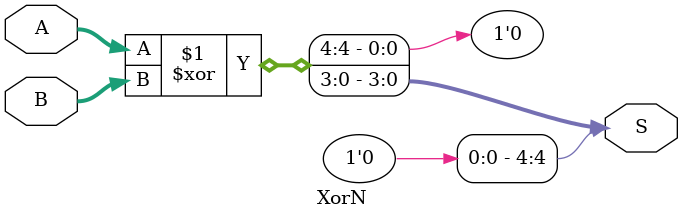
<source format=sv>
module XorN #(parameter N = 4)(input [N-1:0] A, input [N-1:0] B, output [N:0] S);
	assign S[N] = 1'b0;
	assign S = A ^ B;
endmodule 
</source>
